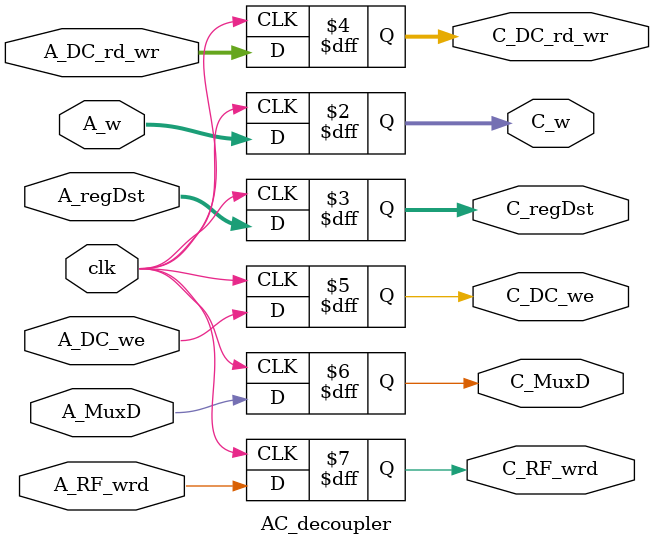
<source format=v>

module AC_decoupler
#(parameter DATA_WIDTH=32)
(
	input clk,
	input [(DATA_WIDTH-1):0] A_w,
	input [6:0] A_regDst,
	input [1:0] A_DC_rd_wr,
	input A_DC_we,
	input A_MuxD,
	input A_RF_wrd,
	
	output reg [(DATA_WIDTH-1):0] C_w,
	output reg [6:0] C_regDst,
	output reg [1:0] C_DC_rd_wr,
	output reg C_DC_we,
	output reg C_MuxD,
	output reg C_RF_wrd
);

	always @(posedge clk) begin
		C_w <= A_w;
		C_regDst <= A_regDst;
		C_DC_rd_wr <= A_DC_rd_wr;
		C_DC_we <= A_DC_we;
		C_MuxD <= A_MuxD;
		C_RF_wrd <= A_RF_wrd;
	end


endmodule

</source>
